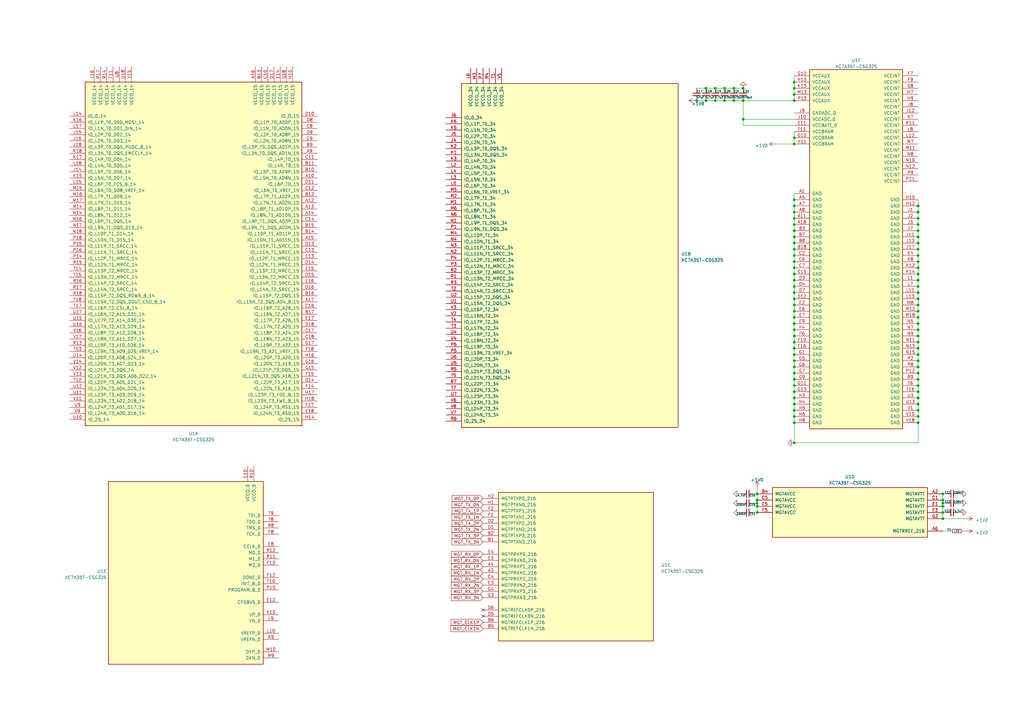
<source format=kicad_sch>
(kicad_sch (version 20230409) (generator eeschema)
  (paper "A3")
  (lib_symbols
    (symbol "Device:C_Small" (pin_numbers hide) (pin_names (offset 0.254) hide)
      (property "Reference" "C" (at 0.254 1.778 0))
      (property "Value" "C_Small" (at 0.254 -2.032 0))
      (symbol "C_Small_0_1"
        (polyline (pts (xy -1.524 -0.508) (xy 1.524 -0.508)) (stroke (width 0.3302)))
        (polyline (pts (xy -1.524 0.508) (xy 1.524 0.508)) (stroke (width 0.3048)))
      )
      (symbol "C_Small_1_1"
        (pin passive line (at 0 2.54 270) (length 2.032) (name "~") (number "1"))
        (pin passive line (at 0 -2.54 90) (length 2.032) (name "~") (number "2"))
      )
    )
    (symbol "Device:R_Small" (pin_numbers hide) (pin_names (offset 0.254) hide)
      (property "Reference" "R" (at 0.762 0.508 0))
      (property "Value" "R_Small" (at 0.762 -1.016 0))
      (symbol "R_Small_0_1"
        (rectangle (start -0.762 1.778) (end 0.762 -1.778) (stroke (width 0.2032)))
      )
      (symbol "R_Small_1_1"
        (pin passive line (at 0 2.54 270) (length 0.762) (name "~") (number "1"))
        (pin passive line (at 0 -2.54 90) (length 0.762) (name "~") (number "2"))
      )
    )
    (symbol "FPGA_Xilinx_Artix7:XC7A35T-CSG325" (pin_names (offset 1.016))
      (property "Reference" "U" (at 0 1.27 0))
      (property "Value" "XC7A35T-CSG325" (at 0 -1.27 0))
      (symbol "XC7A35T-CSG325_1_1"
        (rectangle (start -44.45 67.31) (end 44.45 -73.66) (stroke (width 0.254)) (fill (type background)))
        (pin bidirectional line (at 50.8 27.94 180) (length 6.35) (name "IO_L5N_T0_AD9N_15") (number "A10"))
        (pin bidirectional line (at 50.8 17.78 180) (length 6.35) (name "IO_L7N_T1_AD2N_15") (number "A12"))
        (pin bidirectional line (at 50.8 15.24 180) (length 6.35) (name "IO_L8P_T1_AD10P_15") (number "A13"))
        (pin bidirectional line (at 50.8 12.7 180) (length 6.35) (name "IO_L8N_T1_AD10N_15") (number "A14"))
        (pin bidirectional line (at 50.8 2.54 180) (length 6.35) (name "IO_L10N_T1_AD11N_15") (number "A15"))
        (pin power_in line (at 25.4 73.66 270) (length 6.35) (name "VCCO_15") (number "A16"))
        (pin bidirectional line (at 50.8 -22.86 180) (length 6.35) (name "IO_L15N_T2_DQS_ADV_B_15") (number "A17"))
        (pin bidirectional line (at 50.8 38.1 180) (length 6.35) (name "IO_L3N_T0_DQS_AD1N_15") (number "A9"))
        (pin bidirectional line (at 50.8 30.48 180) (length 6.35) (name "IO_L5P_T0_AD9P_15") (number "B10"))
        (pin bidirectional line (at 50.8 33.02 180) (length 6.35) (name "IO_L4N_T0_15") (number "B11"))
        (pin bidirectional line (at 50.8 20.32 180) (length 6.35) (name "IO_L7P_T1_AD2P_15") (number "B12"))
        (pin power_in line (at 27.94 73.66 270) (length 6.35) (name "VCCO_15") (number "B13"))
        (pin bidirectional line (at 50.8 5.08 180) (length 6.35) (name "IO_L10P_T1_AD11P_15") (number "B14"))
        (pin bidirectional line (at 50.8 7.62 180) (length 6.35) (name "IO_L9N_T1_DQS_AD3N_15") (number "B15"))
        (pin bidirectional line (at 50.8 -20.32 180) (length 6.35) (name "IO_L15P_T2_DQS_15") (number "B16"))
        (pin bidirectional line (at 50.8 -27.94 180) (length 6.35) (name "IO_L16N_T2_A27_15") (number "B17"))
        (pin bidirectional line (at 50.8 40.64 180) (length 6.35) (name "IO_L3P_T0_DQS_AD1P_15") (number "B9"))
        (pin power_in line (at 30.48 73.66 270) (length 6.35) (name "VCCO_15") (number "C10"))
        (pin bidirectional line (at 50.8 35.56 180) (length 6.35) (name "IO_L4P_T0_15") (number "C11"))
        (pin bidirectional line (at 50.8 22.86 180) (length 6.35) (name "IO_L6N_T0_VREF_15") (number "C12"))
        (pin bidirectional line (at 50.8 -2.54 180) (length 6.35) (name "IO_L11N_T1_SRCC_15") (number "C13"))
        (pin bidirectional line (at 50.8 10.16 180) (length 6.35) (name "IO_L9P_T1_DQS_AD3P_15") (number "C14"))
        (pin bidirectional line (at 50.8 -25.4 180) (length 6.35) (name "IO_L16P_T2_A28_15") (number "C16"))
        (pin bidirectional line (at 50.8 -35.56 180) (length 6.35) (name "IO_L18P_T2_A24_15") (number "C17"))
        (pin bidirectional line (at 50.8 -38.1 180) (length 6.35) (name "IO_L18N_T2_A23_15") (number "C18"))
        (pin bidirectional line (at 50.8 48.26 180) (length 6.35) (name "IO_L1N_T0_AD0N_15") (number "C8"))
        (pin bidirectional line (at 50.8 43.18 180) (length 6.35) (name "IO_L2N_T0_AD8N_15") (number "C9"))
        (pin bidirectional line (at 50.8 53.34 180) (length 6.35) (name "IO_0_15") (number "D10"))
        (pin bidirectional line (at 50.8 25.4 180) (length 6.35) (name "IO_L6P_T0_15") (number "D11"))
        (pin bidirectional line (at 50.8 0 180) (length 6.35) (name "IO_L11P_T1_SRCC_15") (number "D13"))
        (pin bidirectional line (at 50.8 -7.62 180) (length 6.35) (name "IO_L12N_T1_MRCC_15") (number "D14"))
        (pin bidirectional line (at 50.8 -12.7 180) (length 6.35) (name "IO_L13N_T2_MRCC_15") (number "D15"))
        (pin bidirectional line (at 50.8 -17.78 180) (length 6.35) (name "IO_L14N_T2_SRCC_15") (number "D16"))
        (pin power_in line (at 33.02 73.66 270) (length 6.35) (name "VCCO_15") (number "D17"))
        (pin bidirectional line (at 50.8 -33.02 180) (length 6.35) (name "IO_L17N_T2_A25_15") (number "D18"))
        (pin bidirectional line (at 50.8 50.8 180) (length 6.35) (name "IO_L1P_T0_AD0P_15") (number "D8"))
        (pin bidirectional line (at 50.8 45.72 180) (length 6.35) (name "IO_L2P_T0_AD8P_15") (number "D9"))
        (pin bidirectional line (at 50.8 -5.08 180) (length 6.35) (name "IO_L12P_T1_MRCC_15") (number "E13"))
        (pin power_in line (at 35.56 73.66 270) (length 6.35) (name "VCCO_15") (number "E14"))
        (pin bidirectional line (at 50.8 -10.16 180) (length 6.35) (name "IO_L13P_T2_MRCC_15") (number "E15"))
        (pin bidirectional line (at 50.8 -15.24 180) (length 6.35) (name "IO_L14P_T2_SRCC_15") (number "E16"))
        (pin bidirectional line (at 50.8 -30.48 180) (length 6.35) (name "IO_L17P_T2_A26_15") (number "E17"))
        (pin bidirectional line (at 50.8 -68.58 180) (length 6.35) (name "IO_L24N_T3_RS0_15") (number "E18"))
        (pin bidirectional line (at 50.8 -58.42 180) (length 6.35) (name "IO_L22N_T3_A16_15") (number "F14"))
        (pin bidirectional line (at 50.8 -53.34 180) (length 6.35) (name "IO_L21N_T3_DQS_A18_15") (number "F15"))
        (pin bidirectional line (at 50.8 -66.04 180) (length 6.35) (name "IO_L24P_T3_RS1_15") (number "F17"))
        (pin bidirectional line (at 50.8 -43.18 180) (length 6.35) (name "IO_L19N_T3_A21_VREF_15") (number "F18"))
        (pin bidirectional line (at 50.8 -55.88 180) (length 6.35) (name "IO_L22P_T3_A17_15") (number "G14"))
        (pin bidirectional line (at 50.8 -50.8 180) (length 6.35) (name "IO_L21P_T3_DQS_15") (number "G15"))
        (pin bidirectional line (at 50.8 -48.26 180) (length 6.35) (name "IO_L20N_T3_A19_15") (number "G16"))
        (pin bidirectional line (at 50.8 -40.64 180) (length 6.35) (name "IO_L19P_T3_A22_15") (number "G17"))
        (pin power_in line (at 38.1 73.66 270) (length 6.35) (name "VCCO_15") (number "G18"))
        (pin bidirectional line (at 50.8 -71.12 180) (length 6.35) (name "IO_25_15") (number "H14"))
        (pin power_in line (at 40.64 73.66 270) (length 6.35) (name "VCCO_15") (number "H15"))
        (pin bidirectional line (at 50.8 -45.72 180) (length 6.35) (name "IO_L20P_T3_A20_15") (number "H16"))
        (pin bidirectional line (at 50.8 -60.96 180) (length 6.35) (name "IO_L23P_T3_FOE_B_15") (number "H17"))
        (pin bidirectional line (at 50.8 -63.5 180) (length 6.35) (name "IO_L23N_T3_FWE_B_15") (number "H18"))
        (pin bidirectional line (at -50.8 30.48 0) (length 6.35) (name "IO_L5P_T0_D06_14") (number "J14"))
        (pin bidirectional line (at -50.8 45.72 0) (length 6.35) (name "IO_L2P_T0_D02_14") (number "J15"))
        (pin bidirectional line (at -50.8 43.18 0) (length 6.35) (name "IO_L2N_T0_D03_14") (number "J16"))
        (pin bidirectional line (at -50.8 40.64 0) (length 6.35) (name "IO_L3P_T0_DQS_PUDC_B_14") (number "J18"))
        (pin bidirectional line (at -50.8 27.94 0) (length 6.35) (name "IO_L5N_T0_D07_14") (number "K15"))
        (pin bidirectional line (at -50.8 50.8 0) (length 6.35) (name "IO_L1P_T0_D00_MOSI_14") (number "K16"))
        (pin bidirectional line (at -50.8 35.56 0) (length 6.35) (name "IO_L4P_T0_D04_14") (number "K17"))
        (pin bidirectional line (at -50.8 38.1 0) (length 6.35) (name "IO_L3N_T0_DQS_EMCCLK_14") (number "K18"))
        (pin bidirectional line (at -50.8 53.34 0) (length 6.35) (name "IO_0_14") (number "L14"))
        (pin bidirectional line (at -50.8 25.4 0) (length 6.35) (name "IO_L6P_T0_FCS_B_14") (number "L15"))
        (pin power_in line (at -40.64 73.66 270) (length 6.35) (name "VCCO_14") (number "L16"))
        (pin bidirectional line (at -50.8 48.26 0) (length 6.35) (name "IO_L1N_T0_D01_DIN_14") (number "L17"))
        (pin bidirectional line (at -50.8 33.02 0) (length 6.35) (name "IO_L4N_T0_D05_14") (number "L18"))
        (pin bidirectional line (at -50.8 15.24 0) (length 6.35) (name "IO_L8P_T1_D11_14") (number "M14"))
        (pin bidirectional line (at -50.8 22.86 0) (length 6.35) (name "IO_L6N_T0_D08_VREF_14") (number "M15"))
        (pin bidirectional line (at -50.8 20.32 0) (length 6.35) (name "IO_L7P_T1_D09_14") (number "M16"))
        (pin bidirectional line (at -50.8 17.78 0) (length 6.35) (name "IO_L7N_T1_D10_14") (number "M17"))
        (pin bidirectional line (at -50.8 12.7 0) (length 6.35) (name "IO_L8N_T1_D12_14") (number "N14"))
        (pin bidirectional line (at -50.8 10.16 0) (length 6.35) (name "IO_L9P_T1_DQS_14") (number "N16"))
        (pin bidirectional line (at -50.8 7.62 0) (length 6.35) (name "IO_L9N_T1_DQS_D13_14") (number "N17"))
        (pin bidirectional line (at -50.8 5.08 0) (length 6.35) (name "IO_L10P_T1_D14_14") (number "N18"))
        (pin bidirectional line (at -50.8 -5.08 0) (length 6.35) (name "IO_L12P_T1_MRCC_14") (number "P14"))
        (pin bidirectional line (at -50.8 0 0) (length 6.35) (name "IO_L11P_T1_SRCC_14") (number "P15"))
        (pin bidirectional line (at -50.8 -2.54 0) (length 6.35) (name "IO_L11N_T1_SRCC_14") (number "P16"))
        (pin power_in line (at -38.1 73.66 270) (length 6.35) (name "VCCO_14") (number "P17"))
        (pin bidirectional line (at -50.8 2.54 0) (length 6.35) (name "IO_L10N_T1_D15_14") (number "P18"))
        (pin bidirectional line (at -50.8 -40.64 0) (length 6.35) (name "IO_L19P_T3_A10_D26_14") (number "R13"))
        (pin power_in line (at -35.56 73.66 270) (length 6.35) (name "VCCO_14") (number "R14"))
        (pin bidirectional line (at -50.8 -7.62 0) (length 6.35) (name "IO_L12N_T1_MRCC_14") (number "R15"))
        (pin bidirectional line (at -50.8 -15.24 0) (length 6.35) (name "IO_L14P_T2_SRCC_14") (number "R16"))
        (pin bidirectional line (at -50.8 -17.78 0) (length 6.35) (name "IO_L14N_T2_SRCC_14") (number "R17"))
        (pin bidirectional line (at -50.8 -20.32 0) (length 6.35) (name "IO_L15P_T2_DQS_RDWR_B_14") (number "R18"))
        (pin power_in line (at -33.02 73.66 270) (length 6.35) (name "VCCO_14") (number "T11"))
        (pin bidirectional line (at -50.8 -55.88 0) (length 6.35) (name "IO_L22P_T3_A05_D21_14") (number "T12"))
        (pin bidirectional line (at -50.8 -43.18 0) (length 6.35) (name "IO_L19N_T3_A09_D25_VREF_14") (number "T13"))
        (pin bidirectional line (at -50.8 -10.16 0) (length 6.35) (name "IO_L13P_T2_MRCC_14") (number "T14"))
        (pin bidirectional line (at -50.8 -12.7 0) (length 6.35) (name "IO_L13N_T2_MRCC_14") (number "T15"))
        (pin bidirectional line (at -50.8 -25.4 0) (length 6.35) (name "IO_L16P_T2_CSI_B_14") (number "T17"))
        (pin bidirectional line (at -50.8 -22.86 0) (length 6.35) (name "IO_L15N_T2_DQS_DOUT_CSO_B_14") (number "T18"))
        (pin bidirectional line (at -50.8 -71.12 0) (length 6.35) (name "IO_25_14") (number "U10"))
        (pin bidirectional line (at -50.8 -60.96 0) (length 6.35) (name "IO_L23P_T3_A03_D19_14") (number "U11"))
        (pin bidirectional line (at -50.8 -58.42 0) (length 6.35) (name "IO_L22N_T3_A04_D20_14") (number "U12"))
        (pin bidirectional line (at -50.8 -45.72 0) (length 6.35) (name "IO_L20P_T3_A08_D24_14") (number "U14"))
        (pin bidirectional line (at -50.8 -30.48 0) (length 6.35) (name "IO_L17P_T2_A14_D30_14") (number "U15"))
        (pin bidirectional line (at -50.8 -33.02 0) (length 6.35) (name "IO_L17N_T2_A13_D29_14") (number "U16"))
        (pin bidirectional line (at -50.8 -27.94 0) (length 6.35) (name "IO_L16N_T2_A15_D31_14") (number "U17"))
        (pin power_in line (at -27.94 73.66 270) (length 6.35) (name "VCCO_14") (number "U18"))
        (pin power_in line (at -30.48 73.66 270) (length 6.35) (name "VCCO_14") (number "U8"))
        (pin bidirectional line (at -50.8 -66.04 0) (length 6.35) (name "IO_L24P_T3_A01_D17_14") (number "U9"))
        (pin bidirectional line (at -50.8 -63.5 0) (length 6.35) (name "IO_L23N_T3_A02_D18_14") (number "V11"))
        (pin bidirectional line (at -50.8 -50.8 0) (length 6.35) (name "IO_L21P_T3_DQS_14") (number "V12"))
        (pin bidirectional line (at -50.8 -53.34 0) (length 6.35) (name "IO_L21N_T3_DQS_A06_D22_14") (number "V13"))
        (pin bidirectional line (at -50.8 -48.26 0) (length 6.35) (name "IO_L20N_T3_A07_D23_14") (number "V14"))
        (pin power_in line (at -25.4 73.66 270) (length 6.35) (name "VCCO_14") (number "V15"))
        (pin bidirectional line (at -50.8 -35.56 0) (length 6.35) (name "IO_L18P_T2_A12_D28_14") (number "V16"))
        (pin bidirectional line (at -50.8 -38.1 0) (length 6.35) (name "IO_L18N_T2_A11_D27_14") (number "V17"))
        (pin bidirectional line (at -50.8 -68.58 0) (length 6.35) (name "IO_L24N_T3_A00_D16_14") (number "V9"))
      )
      (symbol "XC7A35T-CSG325_2_1"
        (rectangle (start -44.45 67.31) (end 44.45 -73.66) (stroke (width 0.254)) (fill (type background)))
        (pin bidirectional line (at -50.8 43.18 0) (length 6.35) (name "IO_L2N_T0_34") (number "J4"))
        (pin bidirectional line (at -50.8 45.72 0) (length 6.35) (name "IO_L2P_T0_34") (number "J5"))
        (pin bidirectional line (at -50.8 53.34 0) (length 6.35) (name "IO_0_34") (number "J6"))
        (pin bidirectional line (at -50.8 38.1 0) (length 6.35) (name "IO_L3N_T0_DQS_34") (number "K1"))
        (pin bidirectional line (at -50.8 40.64 0) (length 6.35) (name "IO_L3P_T0_DQS_34") (number "K2"))
        (pin bidirectional line (at -50.8 35.56 0) (length 6.35) (name "IO_L4P_T0_34") (number "K3"))
        (pin bidirectional line (at -50.8 48.26 0) (length 6.35) (name "IO_L1N_T0_34") (number "K5"))
        (pin bidirectional line (at -50.8 50.8 0) (length 6.35) (name "IO_L1P_T0_34") (number "K6"))
        (pin bidirectional line (at -50.8 33.02 0) (length 6.35) (name "IO_L4N_T0_34") (number "L2"))
        (pin bidirectional line (at -50.8 27.94 0) (length 6.35) (name "IO_L5N_T0_34") (number "L3"))
        (pin bidirectional line (at -50.8 30.48 0) (length 6.35) (name "IO_L5P_T0_34") (number "L4"))
        (pin bidirectional line (at -50.8 25.4 0) (length 6.35) (name "IO_L6P_T0_34") (number "L5"))
        (pin power_in line (at -40.64 73.66 270) (length 6.35) (name "VCCO_34") (number "L6"))
        (pin bidirectional line (at -50.8 17.78 0) (length 6.35) (name "IO_L7N_T1_34") (number "M1"))
        (pin bidirectional line (at -50.8 20.32 0) (length 6.35) (name "IO_L7P_T1_34") (number "M2"))
        (pin power_in line (at -38.1 73.66 270) (length 6.35) (name "VCCO_34") (number "M3"))
        (pin bidirectional line (at -50.8 5.08 0) (length 6.35) (name "IO_L10P_T1_34") (number "M4"))
        (pin bidirectional line (at -50.8 22.86 0) (length 6.35) (name "IO_L6N_T0_VREF_34") (number "M5"))
        (pin bidirectional line (at -50.8 15.24 0) (length 6.35) (name "IO_L8P_T1_34") (number "M6"))
        (pin bidirectional line (at -50.8 10.16 0) (length 6.35) (name "IO_L9P_T1_DQS_34") (number "N1"))
        (pin bidirectional line (at -50.8 -2.54 0) (length 6.35) (name "IO_L11N_T1_SRCC_34") (number "N2"))
        (pin bidirectional line (at -50.8 0 0) (length 6.35) (name "IO_L11P_T1_SRCC_34") (number "N3"))
        (pin bidirectional line (at -50.8 2.54 0) (length 6.35) (name "IO_L10N_T1_34") (number "N4"))
        (pin bidirectional line (at -50.8 12.7 0) (length 6.35) (name "IO_L8N_T1_34") (number "N6"))
        (pin bidirectional line (at -50.8 7.62 0) (length 6.35) (name "IO_L9N_T1_DQS_34") (number "P1"))
        (pin bidirectional line (at -50.8 -7.62 0) (length 6.35) (name "IO_L12N_T1_MRCC_34") (number "P3"))
        (pin bidirectional line (at -50.8 -5.08 0) (length 6.35) (name "IO_L12P_T1_MRCC_34") (number "P4"))
        (pin bidirectional line (at -50.8 -43.18 0) (length 6.35) (name "IO_L19N_T3_VREF_34") (number "P5"))
        (pin bidirectional line (at -50.8 -40.64 0) (length 6.35) (name "IO_L19P_T3_34") (number "P6"))
        (pin power_in line (at -35.56 73.66 270) (length 6.35) (name "VCCO_34") (number "P7"))
        (pin bidirectional line (at -50.8 -12.7 0) (length 6.35) (name "IO_L13N_T2_MRCC_34") (number "R1"))
        (pin bidirectional line (at -50.8 -10.16 0) (length 6.35) (name "IO_L13P_T2_MRCC_34") (number "R2"))
        (pin bidirectional line (at -50.8 -15.24 0) (length 6.35) (name "IO_L14P_T2_SRCC_34") (number "R3"))
        (pin power_in line (at -33.02 73.66 270) (length 6.35) (name "VCCO_34") (number "R4"))
        (pin bidirectional line (at -50.8 -50.8 0) (length 6.35) (name "IO_L21P_T3_DQS_34") (number "R5"))
        (pin bidirectional line (at -50.8 -71.12 0) (length 6.35) (name "IO_25_34") (number "R6"))
        (pin bidirectional line (at -50.8 -55.88 0) (length 6.35) (name "IO_L22P_T3_34") (number "R7"))
        (pin power_in line (at -30.48 73.66 270) (length 6.35) (name "VCCO_34") (number "T1"))
        (pin bidirectional line (at -50.8 -17.78 0) (length 6.35) (name "IO_L14N_T2_SRCC_34") (number "T2"))
        (pin bidirectional line (at -50.8 -33.02 0) (length 6.35) (name "IO_L17N_T2_34") (number "T3"))
        (pin bidirectional line (at -50.8 -30.48 0) (length 6.35) (name "IO_L17P_T2_34") (number "T4"))
        (pin bidirectional line (at -50.8 -53.34 0) (length 6.35) (name "IO_L21N_T3_DQS_34") (number "T5"))
        (pin bidirectional line (at -50.8 -58.42 0) (length 6.35) (name "IO_L22N_T3_34") (number "T7"))
        (pin bidirectional line (at -50.8 -22.86 0) (length 6.35) (name "IO_L15N_T2_DQS_34") (number "U1"))
        (pin bidirectional line (at -50.8 -20.32 0) (length 6.35) (name "IO_L15P_T2_DQS_34") (number "U2"))
        (pin bidirectional line (at -50.8 -35.56 0) (length 6.35) (name "IO_L18P_T2_34") (number "U4"))
        (pin bidirectional line (at -50.8 -48.26 0) (length 6.35) (name "IO_L20N_T3_34") (number "U5"))
        (pin bidirectional line (at -50.8 -45.72 0) (length 6.35) (name "IO_L20P_T3_34") (number "U6"))
        (pin bidirectional line (at -50.8 -60.96 0) (length 6.35) (name "IO_L23P_T3_34") (number "U7"))
        (pin bidirectional line (at -50.8 -27.94 0) (length 6.35) (name "IO_L16N_T2_34") (number "V2"))
        (pin bidirectional line (at -50.8 -25.4 0) (length 6.35) (name "IO_L16P_T2_34") (number "V3"))
        (pin bidirectional line (at -50.8 -38.1 0) (length 6.35) (name "IO_L18N_T2_34") (number "V4"))
        (pin power_in line (at -27.94 73.66 270) (length 6.35) (name "VCCO_34") (number "V5"))
        (pin bidirectional line (at -50.8 -63.5 0) (length 6.35) (name "IO_L23N_T3_34") (number "V6"))
        (pin bidirectional line (at -50.8 -68.58 0) (length 6.35) (name "IO_L24N_T3_34") (number "V7"))
        (pin bidirectional line (at -50.8 -66.04 0) (length 6.35) (name "IO_L24P_T3_34") (number "V8"))
      )
      (symbol "XC7A35T-CSG325_3_1"
        (rectangle (start -31.75 30.48) (end 31.75 -30.48) (stroke (width 0.254)) (fill (type background)))
        (pin bidirectional line (at -38.1 -2.54 0) (length 6.35) (name "MGTPRXN1_216") (number "A3"))
        (pin bidirectional line (at -38.1 0 0) (length 6.35) (name "MGTPRXP1_216") (number "A4"))
        (pin bidirectional line (at -38.1 10.16 0) (length 6.35) (name "MGTPTXN3_216") (number "B1"))
        (pin bidirectional line (at -38.1 12.7 0) (length 6.35) (name "MGTPTXP3_216") (number "B2"))
        (pin bidirectional line (at -38.1 -25.4 0) (length 6.35) (name "MGTREFCLK1N_216") (number "B5"))
        (pin bidirectional line (at -38.1 -22.86 0) (length 6.35) (name "MGTREFCLK1P_216") (number "B6"))
        (pin bidirectional line (at -38.1 -7.62 0) (length 6.35) (name "MGTPRXN2_216") (number "C3"))
        (pin bidirectional line (at -38.1 -5.08 0) (length 6.35) (name "MGTPRXP2_216") (number "C4"))
        (pin bidirectional line (at -38.1 15.24 0) (length 6.35) (name "MGTPTXN2_216") (number "D1"))
        (pin bidirectional line (at -38.1 17.78 0) (length 6.35) (name "MGTPTXP2_216") (number "D2"))
        (pin bidirectional line (at -38.1 -20.32 0) (length 6.35) (name "MGTREFCLK0N_216") (number "D5"))
        (pin bidirectional line (at -38.1 -17.78 0) (length 6.35) (name "MGTREFCLK0P_216") (number "D6"))
        (pin bidirectional line (at -38.1 2.54 0) (length 6.35) (name "MGTPRXN0_216") (number "E3"))
        (pin bidirectional line (at -38.1 5.08 0) (length 6.35) (name "MGTPRXP0_216") (number "E4"))
        (pin bidirectional line (at -38.1 20.32 0) (length 6.35) (name "MGTPTXN1_216") (number "F1"))
        (pin bidirectional line (at -38.1 22.86 0) (length 6.35) (name "MGTPTXP1_216") (number "F2"))
        (pin bidirectional line (at -38.1 -12.7 0) (length 6.35) (name "MGTPRXN3_216") (number "G3"))
        (pin bidirectional line (at -38.1 -10.16 0) (length 6.35) (name "MGTPRXP3_216") (number "G4"))
        (pin bidirectional line (at -38.1 25.4 0) (length 6.35) (name "MGTPTXN0_216") (number "H1"))
        (pin bidirectional line (at -38.1 27.94 0) (length 6.35) (name "MGTPTXP0_216") (number "H2"))
      )
      (symbol "XC7A35T-CSG325_4_1"
        (rectangle (start -31.75 10.16) (end 31.75 -10.16) (stroke (width 0.254)) (fill (type background)))
        (pin power_in line (at 38.1 7.62 180) (length 6.35) (name "MGTAVTT") (number "A2"))
        (pin power_in line (at 38.1 -7.62 180) (length 6.35) (name "MGTRREF_216") (number "A6"))
        (pin power_in line (at -38.1 7.62 0) (length 6.35) (name "MGTAVCC") (number "B4"))
        (pin power_in line (at 38.1 5.08 180) (length 6.35) (name "MGTAVTT") (number "C1"))
        (pin power_in line (at -38.1 5.08 0) (length 6.35) (name "MGTAVCC") (number "C5"))
        (pin power_in line (at 38.1 2.54 180) (length 6.35) (name "MGTAVTT") (number "E1"))
        (pin power_in line (at -38.1 2.54 0) (length 6.35) (name "MGTAVCC") (number "E5"))
        (pin power_in line (at 38.1 0 180) (length 6.35) (name "MGTAVTT") (number "F3"))
        (pin power_in line (at -38.1 0 0) (length 6.35) (name "MGTAVCC") (number "F5"))
        (pin power_in line (at 38.1 -2.54 180) (length 6.35) (name "MGTAVTT") (number "G2"))
      )
      (symbol "XC7A35T-CSG325_5_1"
        (rectangle (start -31.75 34.29) (end 31.75 -40.64) (stroke (width 0.254)) (fill (type background)))
        (pin power_in line (at 25.4 40.64 270) (length 6.35) (name "VCCO_0") (number "E10"))
        (pin bidirectional line (at 38.1 -15.24 180) (length 6.35) (name "CFGBVS_0") (number "E12"))
        (pin bidirectional line (at 38.1 7.62 180) (length 6.35) (name "CCLK_0") (number "E8"))
        (pin bidirectional line (at 38.1 -5.08 180) (length 6.35) (name "DONE_0") (number "F12"))
        (pin bidirectional line (at 38.1 0 180) (length 6.35) (name "M2_0") (number "F13"))
        (pin bidirectional line (at 38.1 12.7 180) (length 6.35) (name "TCK_0") (number "F8"))
        (pin bidirectional line (at 38.1 -20.32 180) (length 6.35) (name "VP_0") (number "K10"))
        (pin bidirectional line (at 38.1 -30.48 180) (length 6.35) (name "VREFN_0") (number "K9"))
        (pin bidirectional line (at 38.1 -27.94 180) (length 6.35) (name "VREFP_0") (number "L10"))
        (pin bidirectional line (at 38.1 -22.86 180) (length 6.35) (name "VN_0") (number "L9"))
        (pin bidirectional line (at 38.1 -35.56 180) (length 6.35) (name "DXP_0") (number "M10"))
        (pin bidirectional line (at 38.1 -38.1 180) (length 6.35) (name "DXN_0") (number "M9"))
        (pin bidirectional line (at 38.1 -10.16 180) (length 6.35) (name "PROGRAM_B_0") (number "P10"))
        (pin power_in line (at 27.94 40.64 270) (length 6.35) (name "VCCO_0") (number "R10"))
        (pin bidirectional line (at 38.1 2.54 180) (length 6.35) (name "M1_0") (number "R11"))
        (pin bidirectional line (at 38.1 5.08 180) (length 6.35) (name "M0_0") (number "R12"))
        (pin bidirectional line (at 38.1 15.24 180) (length 6.35) (name "TMS_0") (number "R8"))
        (pin bidirectional line (at 38.1 -7.62 180) (length 6.35) (name "INIT_B_0") (number "T10"))
        (pin bidirectional line (at 38.1 17.78 180) (length 6.35) (name "TDO_0") (number "T8"))
        (pin bidirectional line (at 38.1 20.32 180) (length 6.35) (name "TDI_0") (number "T9"))
      )
      (symbol "XC7A35T-CSG325_6_1"
        (rectangle (start -19.05 73.66) (end 19.05 -73.66) (stroke (width 0.254)) (fill (type background)))
        (pin power_in line (at -25.4 22.86 0) (length 6.35) (name "GND") (number "A1"))
        (pin power_in line (at -25.4 12.7 0) (length 6.35) (name "GND") (number "A11"))
        (pin power_in line (at -25.4 10.16 0) (length 6.35) (name "GND") (number "A18"))
        (pin power_in line (at -25.4 20.32 0) (length 6.35) (name "GND") (number "A5"))
        (pin power_in line (at -25.4 17.78 0) (length 6.35) (name "GND") (number "A7"))
        (pin power_in line (at -25.4 15.24 0) (length 6.35) (name "GND") (number "A8"))
        (pin power_in line (at -25.4 0 0) (length 6.35) (name "GND") (number "B18"))
        (pin power_in line (at -25.4 7.62 0) (length 6.35) (name "GND") (number "B3"))
        (pin power_in line (at -25.4 5.08 0) (length 6.35) (name "GND") (number "B7"))
        (pin power_in line (at -25.4 2.54 0) (length 6.35) (name "GND") (number "B8"))
        (pin power_in line (at -25.4 -10.16 0) (length 6.35) (name "GND") (number "C15"))
        (pin power_in line (at -25.4 -2.54 0) (length 6.35) (name "GND") (number "C2"))
        (pin power_in line (at -25.4 -5.08 0) (length 6.35) (name "GND") (number "C6"))
        (pin power_in line (at -25.4 -7.62 0) (length 6.35) (name "GND") (number "C7"))
        (pin power_in line (at -25.4 -20.32 0) (length 6.35) (name "GND") (number "D12"))
        (pin power_in line (at -25.4 -12.7 0) (length 6.35) (name "GND") (number "D3"))
        (pin power_in line (at -25.4 -15.24 0) (length 6.35) (name "GND") (number "D4"))
        (pin power_in line (at -25.4 -17.78 0) (length 6.35) (name "GND") (number "D7"))
        (pin power_in line (at -25.4 50.8 0) (length 6.35) (name "VCCBATT_0") (number "E11"))
        (pin power_in line (at -25.4 -22.86 0) (length 6.35) (name "GND") (number "E2"))
        (pin power_in line (at -25.4 -25.4 0) (length 6.35) (name "GND") (number "E6"))
        (pin power_in line (at -25.4 -27.94 0) (length 6.35) (name "GND") (number "E7"))
        (pin power_in line (at -25.4 -30.48 0) (length 6.35) (name "GND") (number "E9"))
        (pin power_in line (at -25.4 -38.1 0) (length 6.35) (name "GND") (number "F10"))
        (pin power_in line (at -25.4 48.26 0) (length 6.35) (name "VCCBRAM") (number "F11"))
        (pin power_in line (at -25.4 -40.64 0) (length 6.35) (name "GND") (number "F16"))
        (pin power_in line (at -25.4 -33.02 0) (length 6.35) (name "GND") (number "F4"))
        (pin power_in line (at -25.4 -35.56 0) (length 6.35) (name "GND") (number "F6"))
        (pin power_in line (at 25.4 71.12 180) (length 6.35) (name "VCCINT") (number "F7"))
        (pin power_in line (at 25.4 68.58 180) (length 6.35) (name "VCCINT") (number "F9"))
        (pin power_in line (at -25.4 -43.18 0) (length 6.35) (name "GND") (number "G1"))
        (pin power_in line (at -25.4 45.72 0) (length 6.35) (name "VCCBRAM") (number "G10"))
        (pin power_in line (at -25.4 -55.88 0) (length 6.35) (name "GND") (number "G11"))
        (pin power_in line (at -25.4 71.12 0) (length 6.35) (name "VCCAUX") (number "G12"))
        (pin power_in line (at -25.4 -58.42 0) (length 6.35) (name "GND") (number "G13"))
        (pin power_in line (at -25.4 -45.72 0) (length 6.35) (name "GND") (number "G5"))
        (pin power_in line (at -25.4 -48.26 0) (length 6.35) (name "GND") (number "G6"))
        (pin power_in line (at -25.4 -50.8 0) (length 6.35) (name "GND") (number "G7"))
        (pin power_in line (at 25.4 66.04 180) (length 6.35) (name "VCCINT") (number "G8"))
        (pin power_in line (at -25.4 -53.34 0) (length 6.35) (name "GND") (number "G9"))
        (pin power_in line (at 25.4 20.32 180) (length 6.35) (name "GND") (number "H10"))
        (pin power_in line (at -25.4 43.18 0) (length 6.35) (name "VCCBRAM") (number "H11"))
        (pin power_in line (at 25.4 17.78 180) (length 6.35) (name "GND") (number "H12"))
        (pin power_in line (at -25.4 68.58 0) (length 6.35) (name "VCCAUX") (number "H13"))
        (pin power_in line (at -25.4 -60.96 0) (length 6.35) (name "GND") (number "H3"))
        (pin power_in line (at -25.4 -63.5 0) (length 6.35) (name "GND") (number "H4"))
        (pin power_in line (at -25.4 -66.04 0) (length 6.35) (name "GND") (number "H5"))
        (pin power_in line (at -25.4 -68.58 0) (length 6.35) (name "GND") (number "H6"))
        (pin power_in line (at 25.4 63.5 180) (length 6.35) (name "VCCINT") (number "H7"))
        (pin power_in line (at -25.4 -71.12 0) (length 6.35) (name "GND") (number "H8"))
        (pin power_in line (at 25.4 60.96 180) (length 6.35) (name "VCCINT") (number "H9"))
        (pin power_in line (at 25.4 15.24 180) (length 6.35) (name "GND") (number "J1"))
        (pin power_in line (at -25.4 53.34 0) (length 6.35) (name "VCCADC_0") (number "J10"))
        (pin power_in line (at 25.4 5.08 180) (length 6.35) (name "GND") (number "J11"))
        (pin power_in line (at 25.4 55.88 180) (length 6.35) (name "VCCINT") (number "J12"))
        (pin power_in line (at 25.4 2.54 180) (length 6.35) (name "GND") (number "J13"))
        (pin power_in line (at 25.4 0 180) (length 6.35) (name "GND") (number "J17"))
        (pin power_in line (at 25.4 12.7 180) (length 6.35) (name "GND") (number "J2"))
        (pin power_in line (at 25.4 10.16 180) (length 6.35) (name "GND") (number "J3"))
        (pin power_in line (at 25.4 7.62 180) (length 6.35) (name "GND") (number "J7"))
        (pin power_in line (at 25.4 58.42 180) (length 6.35) (name "VCCINT") (number "J8"))
        (pin power_in line (at -25.4 55.88 0) (length 6.35) (name "GNDADC_0") (number "J9"))
        (pin power_in line (at 25.4 50.8 180) (length 6.35) (name "VCCINT") (number "K11"))
        (pin power_in line (at 25.4 -7.62 180) (length 6.35) (name "GND") (number "K12"))
        (pin power_in line (at -25.4 66.04 0) (length 6.35) (name "VCCAUX") (number "K13"))
        (pin power_in line (at 25.4 -10.16 180) (length 6.35) (name "GND") (number "K14"))
        (pin power_in line (at 25.4 -2.54 180) (length 6.35) (name "GND") (number "K4"))
        (pin power_in line (at 25.4 53.34 180) (length 6.35) (name "VCCINT") (number "K7"))
        (pin power_in line (at 25.4 -5.08 180) (length 6.35) (name "GND") (number "K8"))
        (pin power_in line (at 25.4 -12.7 180) (length 6.35) (name "GND") (number "L1"))
        (pin power_in line (at 25.4 -17.78 180) (length 6.35) (name "GND") (number "L11"))
        (pin power_in line (at 25.4 45.72 180) (length 6.35) (name "VCCINT") (number "L12"))
        (pin power_in line (at 25.4 -20.32 180) (length 6.35) (name "GND") (number "L13"))
        (pin power_in line (at 25.4 -15.24 180) (length 6.35) (name "GND") (number "L7"))
        (pin power_in line (at 25.4 48.26 180) (length 6.35) (name "VCCINT") (number "L8"))
        (pin power_in line (at 25.4 40.64 180) (length 6.35) (name "VCCINT") (number "M11"))
        (pin power_in line (at 25.4 -25.4 180) (length 6.35) (name "GND") (number "M12"))
        (pin power_in line (at -25.4 63.5 0) (length 6.35) (name "VCCAUX") (number "M13"))
        (pin power_in line (at 25.4 -27.94 180) (length 6.35) (name "GND") (number "M18"))
        (pin power_in line (at 25.4 43.18 180) (length 6.35) (name "VCCINT") (number "M7"))
        (pin power_in line (at 25.4 -22.86 180) (length 6.35) (name "GND") (number "M8"))
        (pin power_in line (at 25.4 35.56 180) (length 6.35) (name "VCCINT") (number "N10"))
        (pin power_in line (at 25.4 -38.1 180) (length 6.35) (name "GND") (number "N11"))
        (pin power_in line (at 25.4 33.02 180) (length 6.35) (name "VCCINT") (number "N12"))
        (pin power_in line (at 25.4 -40.64 180) (length 6.35) (name "GND") (number "N13"))
        (pin power_in line (at 25.4 -43.18 180) (length 6.35) (name "GND") (number "N15"))
        (pin power_in line (at 25.4 -30.48 180) (length 6.35) (name "GND") (number "N5"))
        (pin power_in line (at 25.4 -33.02 180) (length 6.35) (name "GND") (number "N7"))
        (pin power_in line (at 25.4 38.1 180) (length 6.35) (name "VCCINT") (number "N8"))
        (pin power_in line (at 25.4 -35.56 180) (length 6.35) (name "GND") (number "N9"))
        (pin power_in line (at 25.4 27.94 180) (length 6.35) (name "VCCINT") (number "P11"))
        (pin power_in line (at 25.4 -50.8 180) (length 6.35) (name "GND") (number "P12"))
        (pin power_in line (at -25.4 60.96 0) (length 6.35) (name "VCCAUX") (number "P13"))
        (pin power_in line (at 25.4 -45.72 180) (length 6.35) (name "GND") (number "P2"))
        (pin power_in line (at 25.4 -48.26 180) (length 6.35) (name "GND") (number "P8"))
        (pin power_in line (at 25.4 30.48 180) (length 6.35) (name "VCCINT") (number "P9"))
        (pin power_in line (at 25.4 -53.34 180) (length 6.35) (name "GND") (number "R9"))
        (pin power_in line (at 25.4 -58.42 180) (length 6.35) (name "GND") (number "T16"))
        (pin power_in line (at 25.4 -55.88 180) (length 6.35) (name "GND") (number "T6"))
        (pin power_in line (at 25.4 -63.5 180) (length 6.35) (name "GND") (number "U13"))
        (pin power_in line (at 25.4 -60.96 180) (length 6.35) (name "GND") (number "U3"))
        (pin power_in line (at 25.4 -66.04 180) (length 6.35) (name "GND") (number "V1"))
        (pin power_in line (at 25.4 -68.58 180) (length 6.35) (name "GND") (number "V10"))
        (pin power_in line (at 25.4 -71.12 180) (length 6.35) (name "GND") (number "V18"))
      )
    )
    (symbol "power:+1V0" (power) (pin_names (offset 0))
      (property "Value" "+1V0" (at 0 3.556 0))
      (symbol "+1V0_0_1"
        (polyline (pts (xy -0.762 1.27) (xy 0 2.54)))
        (polyline (pts (xy 0 0) (xy 0 2.54)))
        (polyline (pts (xy 0 2.54) (xy 0.762 1.27)))
      )
      (symbol "+1V0_1_1"
        (pin power_in line (at 0 0 90) (length 0) hide (name "+1V0") (number "1"))
      )
    )
    (symbol "power:+1V2" (power) (pin_names (offset 0))
      (property "Value" "+1V2" (at 0 3.556 0))
      (symbol "+1V2_0_1"
        (polyline (pts (xy -0.762 1.27) (xy 0 2.54)))
        (polyline (pts (xy 0 0) (xy 0 2.54)))
        (polyline (pts (xy 0 2.54) (xy 0.762 1.27)))
      )
      (symbol "+1V2_1_1"
        (pin power_in line (at 0 0 90) (length 0) hide (name "+1V2") (number "1"))
      )
    )
    (symbol "power:+1V8" (power) (pin_names (offset 0))
      (property "Value" "+1V8" (at 0 3.556 0))
      (symbol "+1V8_0_1"
        (polyline (pts (xy -0.762 1.27) (xy 0 2.54)))
        (polyline (pts (xy 0 0) (xy 0 2.54)))
        (polyline (pts (xy 0 2.54) (xy 0.762 1.27)))
      )
      (symbol "+1V8_1_1"
        (pin power_in line (at 0 0 90) (length 0) hide (name "+1V8") (number "1"))
      )
    )
    (symbol "power:GND" (power) (pin_names (offset 0))
      (property "Value" "GND" (at 0 -3.81 0))
      (symbol "GND_0_1"
        (polyline (pts (xy 0 0) (xy 0 -1.27) (xy 1.27 -1.27) (xy 0 -2.54) (xy -1.27 -1.27) (xy 0 -1.27)))
      )
      (symbol "GND_1_1"
        (pin power_in line (at 0 0 270) (length 0) hide (name "GND") (number "1"))
      )
    )
  )
  (junction (at 325.755 112.395))
  (junction (at 325.755 181.61))
  (junction (at 304.8 36.195))
  (junction (at 325.755 135.255))
  (junction (at 376.555 122.555))
  (junction (at 376.555 163.195))
  (junction (at 289.56 36.195))
  (junction (at 376.555 84.455))
  (junction (at 310.515 205.105))
  (junction (at 325.755 84.455))
  (junction (at 376.555 142.875))
  (junction (at 325.755 145.415))
  (junction (at 325.755 158.115))
  (junction (at 325.755 140.335))
  (junction (at 325.755 33.655))
  (junction (at 310.515 210.185))
  (junction (at 386.715 212.725))
  (junction (at 376.555 158.115))
  (junction (at 376.555 165.735))
  (junction (at 376.555 160.655))
  (junction (at 325.755 132.715))
  (junction (at 386.715 206.375))
  (junction (at 386.715 205.105))
  (junction (at 376.555 112.395))
  (junction (at 325.755 120.015))
  (junction (at 325.755 150.495))
  (junction (at 325.755 102.235))
  (junction (at 325.755 165.735))
  (junction (at 325.755 160.655))
  (junction (at 376.555 153.035))
  (junction (at 376.555 117.475))
  (junction (at 325.755 56.515))
  (junction (at 325.755 99.695))
  (junction (at 376.555 99.695))
  (junction (at 325.755 168.275))
  (junction (at 325.755 38.735))
  (junction (at 376.555 125.095))
  (junction (at 376.555 150.495))
  (junction (at 376.555 109.855))
  (junction (at 325.755 107.315))
  (junction (at 376.555 92.075))
  (junction (at 376.555 170.815))
  (junction (at 325.755 147.955))
  (junction (at 376.555 132.715))
  (junction (at 325.755 104.775))
  (junction (at 376.555 114.935))
  (junction (at 325.755 125.095))
  (junction (at 376.555 102.235))
  (junction (at 325.755 81.915))
  (junction (at 297.18 41.275))
  (junction (at 325.755 97.155))
  (junction (at 325.755 41.275))
  (junction (at 325.755 170.815))
  (junction (at 376.555 155.575))
  (junction (at 386.715 210.185))
  (junction (at 376.555 145.415))
  (junction (at 376.555 97.155))
  (junction (at 325.755 130.175))
  (junction (at 289.56 41.275))
  (junction (at 297.18 36.195))
  (junction (at 376.555 104.775))
  (junction (at 376.555 168.275))
  (junction (at 325.755 86.995))
  (junction (at 300.99 41.275))
  (junction (at 376.555 147.955))
  (junction (at 376.555 86.995))
  (junction (at 325.755 92.075))
  (junction (at 293.37 41.275))
  (junction (at 325.755 163.195))
  (junction (at 325.755 89.535))
  (junction (at 325.755 142.875))
  (junction (at 310.515 202.565))
  (junction (at 376.555 137.795))
  (junction (at 325.755 36.195))
  (junction (at 304.8 41.275))
  (junction (at 325.755 137.795))
  (junction (at 325.755 122.555))
  (junction (at 325.755 127.635))
  (junction (at 325.755 153.035))
  (junction (at 325.755 117.475))
  (junction (at 285.75 41.275))
  (junction (at 325.755 59.055))
  (junction (at 376.555 120.015))
  (junction (at 376.555 107.315))
  (junction (at 293.37 36.195))
  (junction (at 376.555 140.335))
  (junction (at 304.8 48.895))
  (junction (at 325.755 173.355))
  (junction (at 310.515 206.375))
  (junction (at 386.715 207.645))
  (junction (at 300.99 36.195))
  (junction (at 325.755 155.575))
  (junction (at 325.755 109.855))
  (junction (at 376.555 173.355))
  (junction (at 376.555 130.175))
  (junction (at 376.555 135.255))
  (junction (at 325.755 114.935))
  (junction (at 376.555 127.635))
  (junction (at 310.515 207.645))
  (junction (at 376.555 94.615))
  (junction (at 325.755 94.615))
  (junction (at 376.555 89.535))
  (junction (at 386.715 202.565))
  (no_connect (at 198.12 250.19))
  (no_connect (at 198.12 252.73))
  (wire (pts (xy 376.555 181.61) (xy 376.555 173.355)))
  (wire (pts (xy 325.755 97.155) (xy 325.755 99.695)))
  (wire (pts (xy 386.715 210.185) (xy 387.985 210.185)))
  (wire (pts (xy 325.755 158.115) (xy 325.755 160.655)))
  (wire (pts (xy 310.515 210.185) (xy 310.515 207.645)))
  (wire (pts (xy 376.555 158.115) (xy 376.555 155.575)))
  (wire (pts (xy 376.555 104.775) (xy 376.555 102.235)))
  (wire (pts (xy 376.555 147.955) (xy 376.555 145.415)))
  (wire (pts (xy 310.515 206.375) (xy 310.515 205.105)))
  (wire (pts (xy 293.37 36.195) (xy 297.18 36.195)))
  (wire (pts (xy 376.555 117.475) (xy 376.555 114.935)))
  (wire (pts (xy 318.135 59.055) (xy 325.755 59.055)))
  (wire (pts (xy 285.75 36.195) (xy 289.56 36.195)))
  (wire (pts (xy 325.755 135.255) (xy 325.755 137.795)))
  (wire (pts (xy 393.065 202.565) (xy 393.7 202.565)))
  (wire (pts (xy 376.555 132.715) (xy 376.555 130.175)))
  (wire (pts (xy 300.99 36.195) (xy 304.8 36.195)))
  (wire (pts (xy 325.755 107.315) (xy 325.755 109.855)))
  (wire (pts (xy 376.555 150.495) (xy 376.555 147.955)))
  (wire (pts (xy 304.165 210.185) (xy 303.53 210.185)))
  (wire (pts (xy 325.755 114.935) (xy 325.755 117.475)))
  (wire (pts (xy 386.715 202.565) (xy 386.715 205.105)))
  (wire (pts (xy 293.37 41.275) (xy 297.18 41.275)))
  (wire (pts (xy 325.755 117.475) (xy 325.755 120.015)))
  (wire (pts (xy 325.755 36.195) (xy 325.755 38.735)))
  (wire (pts (xy 386.715 205.105) (xy 386.715 206.375)))
  (wire (pts (xy 376.555 168.275) (xy 376.555 165.735)))
  (wire (pts (xy 325.755 168.275) (xy 325.755 170.815)))
  (wire (pts (xy 325.755 132.715) (xy 325.755 135.255)))
  (wire (pts (xy 376.555 165.735) (xy 376.555 163.195)))
  (wire (pts (xy 376.555 107.315) (xy 376.555 104.775)))
  (wire (pts (xy 376.555 94.615) (xy 376.555 92.075)))
  (wire (pts (xy 376.555 99.695) (xy 376.555 97.155)))
  (wire (pts (xy 376.555 125.095) (xy 376.555 122.555)))
  (wire (pts (xy 325.755 165.735) (xy 325.755 168.275)))
  (wire (pts (xy 387.985 202.565) (xy 386.715 202.565)))
  (wire (pts (xy 376.555 145.415) (xy 376.555 142.875)))
  (wire (pts (xy 325.755 112.395) (xy 325.755 114.935)))
  (wire (pts (xy 325.755 122.555) (xy 325.755 125.095)))
  (wire (pts (xy 325.755 147.955) (xy 325.755 150.495)))
  (wire (pts (xy 304.165 202.565) (xy 303.53 202.565)))
  (wire (pts (xy 325.755 181.61) (xy 376.555 181.61)))
  (wire (pts (xy 376.555 122.555) (xy 376.555 120.015)))
  (wire (pts (xy 325.755 59.055) (xy 325.755 56.515)))
  (wire (pts (xy 325.755 104.775) (xy 325.755 107.315)))
  (wire (pts (xy 310.515 202.565) (xy 310.515 200.025)))
  (wire (pts (xy 325.755 102.235) (xy 325.755 104.775)))
  (wire (pts (xy 309.245 210.185) (xy 310.515 210.185)))
  (wire (pts (xy 376.555 86.995) (xy 376.555 84.455)))
  (wire (pts (xy 325.755 79.375) (xy 325.755 81.915)))
  (wire (pts (xy 376.555 89.535) (xy 376.555 86.995)))
  (wire (pts (xy 386.715 210.185) (xy 386.715 212.725)))
  (wire (pts (xy 394.97 217.805) (xy 396.24 217.805)))
  (wire (pts (xy 304.8 41.275) (xy 304.8 48.895)))
  (wire (pts (xy 325.755 130.175) (xy 325.755 132.715)))
  (wire (pts (xy 325.755 127.635) (xy 325.755 130.175)))
  (wire (pts (xy 325.755 89.535) (xy 325.755 92.075)))
  (wire (pts (xy 325.755 163.195) (xy 325.755 165.735)))
  (wire (pts (xy 304.8 41.275) (xy 325.755 41.275)))
  (wire (pts (xy 386.715 206.375) (xy 386.715 207.645)))
  (wire (pts (xy 386.715 206.375) (xy 387.985 206.375)))
  (wire (pts (xy 376.555 102.235) (xy 376.555 99.695)))
  (wire (pts (xy 386.715 217.805) (xy 389.89 217.805)))
  (wire (pts (xy 376.555 140.335) (xy 376.555 137.795)))
  (wire (pts (xy 376.555 92.075) (xy 376.555 89.535)))
  (wire (pts (xy 325.755 109.855) (xy 325.755 112.395)))
  (wire (pts (xy 376.555 120.015) (xy 376.555 117.475)))
  (wire (pts (xy 310.515 207.645) (xy 310.515 206.375)))
  (wire (pts (xy 297.18 36.195) (xy 300.99 36.195)))
  (wire (pts (xy 304.8 48.895) (xy 304.8 51.435)))
  (wire (pts (xy 325.755 155.575) (xy 325.755 158.115)))
  (wire (pts (xy 325.755 31.115) (xy 325.755 33.655)))
  (wire (pts (xy 376.555 173.355) (xy 376.555 170.815)))
  (wire (pts (xy 310.515 205.105) (xy 310.515 202.565)))
  (wire (pts (xy 325.755 94.615) (xy 325.755 97.155)))
  (wire (pts (xy 325.755 84.455) (xy 325.755 86.995)))
  (wire (pts (xy 393.065 210.185) (xy 393.7 210.185)))
  (wire (pts (xy 376.555 109.855) (xy 376.555 107.315)))
  (wire (pts (xy 325.755 99.695) (xy 325.755 102.235)))
  (wire (pts (xy 325.755 170.815) (xy 325.755 173.355)))
  (wire (pts (xy 376.555 97.155) (xy 376.555 94.615)))
  (wire (pts (xy 325.755 142.875) (xy 325.755 145.415)))
  (wire (pts (xy 325.755 125.095) (xy 325.755 127.635)))
  (wire (pts (xy 376.555 142.875) (xy 376.555 140.335)))
  (wire (pts (xy 285.115 41.275) (xy 285.75 41.275)))
  (wire (pts (xy 325.755 153.035) (xy 325.755 155.575)))
  (wire (pts (xy 376.555 127.635) (xy 376.555 125.095)))
  (wire (pts (xy 376.555 155.575) (xy 376.555 153.035)))
  (wire (pts (xy 376.555 137.795) (xy 376.555 135.255)))
  (wire (pts (xy 325.755 86.995) (xy 325.755 89.535)))
  (wire (pts (xy 393.065 206.375) (xy 393.7 206.375)))
  (wire (pts (xy 325.755 38.735) (xy 325.755 41.275)))
  (wire (pts (xy 325.755 140.335) (xy 325.755 142.875)))
  (wire (pts (xy 376.555 114.935) (xy 376.555 112.395)))
  (wire (pts (xy 376.555 112.395) (xy 376.555 109.855)))
  (wire (pts (xy 376.555 130.175) (xy 376.555 127.635)))
  (wire (pts (xy 325.755 51.435) (xy 304.8 51.435)))
  (wire (pts (xy 325.755 56.515) (xy 325.755 53.975)))
  (wire (pts (xy 376.555 170.815) (xy 376.555 168.275)))
  (wire (pts (xy 325.755 137.795) (xy 325.755 140.335)))
  (wire (pts (xy 325.755 48.895) (xy 304.8 48.895)))
  (wire (pts (xy 310.515 206.375) (xy 309.245 206.375)))
  (wire (pts (xy 376.555 135.255) (xy 376.555 132.715)))
  (wire (pts (xy 325.755 120.015) (xy 325.755 122.555)))
  (wire (pts (xy 325.755 145.415) (xy 325.755 147.955)))
  (wire (pts (xy 300.99 41.275) (xy 304.8 41.275)))
  (wire (pts (xy 325.755 160.655) (xy 325.755 163.195)))
  (wire (pts (xy 325.755 81.915) (xy 325.755 84.455)))
  (wire (pts (xy 325.755 150.495) (xy 325.755 153.035)))
  (wire (pts (xy 325.755 173.355) (xy 325.755 181.61)))
  (wire (pts (xy 297.18 41.275) (xy 300.99 41.275)))
  (wire (pts (xy 310.515 202.565) (xy 309.245 202.565)))
  (wire (pts (xy 386.715 212.725) (xy 396.24 212.725)))
  (wire (pts (xy 325.755 33.655) (xy 325.755 36.195)))
  (wire (pts (xy 376.555 163.195) (xy 376.555 160.655)))
  (wire (pts (xy 304.165 206.375) (xy 303.53 206.375)))
  (wire (pts (xy 285.75 41.275) (xy 289.56 41.275)))
  (wire (pts (xy 376.555 153.035) (xy 376.555 150.495)))
  (wire (pts (xy 289.56 36.195) (xy 293.37 36.195)))
  (wire (pts (xy 376.555 84.455) (xy 376.555 81.915)))
  (wire (pts (xy 289.56 41.275) (xy 293.37 41.275)))
  (wire (pts (xy 376.555 160.655) (xy 376.555 158.115)))
  (wire (pts (xy 386.715 207.645) (xy 386.715 210.185)))
  (wire (pts (xy 325.755 92.075) (xy 325.755 94.615)))
  (global_label "MGT_TX_0P" (shape input) (at 198.12 204.47 180) (property "Intersheetrefs" "${INTERSHEET_REFS}" (effects hide)))
  (global_label "MGT_TX_2P" (shape input) (at 198.12 214.63 180) (property "Intersheetrefs" "${INTERSHEET_REFS}" (effects hide)))
  (global_label "MGT_TX_2N" (shape input) (at 198.12 217.17 180) (property "Intersheetrefs" "${INTERSHEET_REFS}" (effects hide)))
  (global_label "MGT_RX_2P" (shape input) (at 198.12 237.49 180) (property "Intersheetrefs" "${INTERSHEET_REFS}" (effects hide)))
  (global_label "MGT_TX_0N" (shape input) (at 198.12 207.01 180) (property "Intersheetrefs" "${INTERSHEET_REFS}" (effects hide)))
  (global_label "MGT_TX_1N" (shape input) (at 198.12 212.09 180) (property "Intersheetrefs" "${INTERSHEET_REFS}" (effects hide)))
  (global_label "MGT_RX_2N" (shape input) (at 198.12 240.03 180) (property "Intersheetrefs" "${INTERSHEET_REFS}" (effects hide)))
  (global_label "MGT_TX_3P" (shape input) (at 198.12 219.71 180) (property "Intersheetrefs" "${INTERSHEET_REFS}" (effects hide)))
  (global_label "MGT_TX_3N" (shape input) (at 198.12 222.25 180) (property "Intersheetrefs" "${INTERSHEET_REFS}" (effects hide)))
  (global_label "MGT_RX_1N" (shape input) (at 198.12 234.95 180) (property "Intersheetrefs" "${INTERSHEET_REFS}" (effects hide)))
  (global_label "MGT_RX_1P" (shape input) (at 198.12 232.41 180) (property "Intersheetrefs" "${INTERSHEET_REFS}" (effects hide)))
  (global_label "MGT_RX_0N" (shape input) (at 198.12 229.87 180) (property "Intersheetrefs" "${INTERSHEET_REFS}" (effects hide)))
  (global_label "MGT_RX_3P" (shape input) (at 198.12 242.57 180) (property "Intersheetrefs" "${INTERSHEET_REFS}" (effects hide)))
  (global_label "MGT_RX_3N" (shape input) (at 198.12 245.11 180) (property "Intersheetrefs" "${INTERSHEET_REFS}" (effects hide)))
  (global_label "MGT_RX_0P" (shape input) (at 198.12 227.33 180) (property "Intersheetrefs" "${INTERSHEET_REFS}" (effects hide)))
  (global_label "MGT_CLK1P" (shape input) (at 198.12 255.27 180) (property "Intersheetrefs" "${INTERSHEET_REFS}" (effects hide)))
  (global_label "MGT_CLK1N" (shape input) (at 198.12 257.81 180) (property "Intersheetrefs" "${INTERSHEET_REFS}" (effects hide)))
  (global_label "MGT_TX_1P" (shape input) (at 198.12 209.55 180) (property "Intersheetrefs" "${INTERSHEET_REFS}" (effects hide)))
  (symbol (lib_id "power:+1V0") (at 310.515 200.025 0) (unit 1)
    (property "Reference" "#PWR09" (effects hide))
    (property "Value" "+1V0" (at 310.515 196.85 0))
  )
  (symbol (lib_id "Device:C_Small") (at 390.525 210.185 90) (unit 1)
    (property "Reference" "C13" (at 388.62 209.55 90) (effects (font (size 0.8 0.8))))
    (property "Value" "4.7uF" (at 393.065 209.55 90) (effects (font (size 0.8 0.8))))
  )
  (symbol (lib_id "Device:C_Small") (at 390.525 202.565 90) (unit 1)
    (property "Reference" "C11" (at 388.62 201.93 90) (effects (font (size 0.8 0.8))))
    (property "Value" "100nF" (at 393.065 201.93 90) (effects (font (size 0.8 0.8))))
  )
  (symbol (lib_id "FPGA_Xilinx_Artix7:XC7A35T-CSG325") (at 76.2 231.775 0) (unit 5)
    (property "Reference" "U1" (at 43.815 234.315 0) (effects (justify right)))
    (property "Value" "XC7A35T-CSG325" (at 43.815 236.855 0) (effects (justify right)))
  )
  (symbol (lib_id "Device:C_Small") (at 306.705 202.565 270) (unit 1)
    (property "Reference" "C16" (at 308.61 203.2 90) (effects (font (size 0.8 0.8))))
    (property "Value" "4.7uF" (at 304.165 203.2 90) (effects (font (size 0.8 0.8))))
  )
  (symbol (lib_id "power:+1V0") (at 318.135 59.055 90) (unit 1)
    (property "Reference" "#PWR016" (effects hide))
    (property "Value" "+1V0" (at 314.96 59.69 90) (effects (justify left)))
  )
  (symbol (lib_id "power:GND") (at 325.755 181.61 270) (unit 1)
    (property "Reference" "#PWR013" (effects hide))
    (property "Value" "GND" (effects hide))
  )
  (symbol (lib_id "power:GND") (at 303.53 206.375 270) (unit 1)
    (property "Reference" "#PWR011" (effects hide))
    (property "Value" "GND" (effects hide))
  )
  (symbol (lib_id "Device:C_Small") (at 306.705 210.185 270) (unit 1)
    (property "Reference" "C14" (at 308.61 210.82 90) (effects (font (size 0.8 0.8))))
    (property "Value" "100nF" (at 304.165 210.82 90) (effects (font (size 0.8 0.8))))
  )
  (symbol (lib_id "Device:C_Small") (at 285.75 38.735 0) (unit 1)
    (property "Reference" "C17" (at 285.75 37.465 0) (effects (font (size 0.8 0.8)) (justify left)))
    (property "Value" "47uF" (at 285.75 40.005 0) (effects (font (size 0.8 0.8)) (justify left)))
  )
  (symbol (lib_id "Device:C_Small") (at 390.525 206.375 90) (unit 1)
    (property "Reference" "C12" (at 388.62 205.74 90) (effects (font (size 0.8 0.8))))
    (property "Value" "100nF" (at 393.065 205.74 90) (effects (font (size 0.8 0.8))))
  )
  (symbol (lib_id "power:GND") (at 304.8 36.195 180) (unit 1)
    (property "Reference" "#PWR015" (effects hide))
    (property "Value" "GND" (effects hide))
  )
  (symbol (lib_id "power:GND") (at 303.53 202.565 270) (unit 1)
    (property "Reference" "#PWR012" (effects hide))
    (property "Value" "GND" (effects hide))
  )
  (symbol (lib_id "FPGA_Xilinx_Artix7:XC7A35T-CSG325") (at 348.615 210.185 0) (unit 4)
    (property "Reference" "U1" (at 348.615 195.58 0))
    (property "Value" "XC7A35T-CSG325" (at 348.615 198.12 0))
  )
  (symbol (lib_id "Device:C_Small") (at 304.8 38.735 0) (unit 1)
    (property "Reference" "C22" (at 304.8 37.465 0) (effects (font (size 0.8 0.8)) (justify left)))
    (property "Value" "470nF" (at 304.8 40.005 0) (effects (font (size 0.8 0.8)) (justify left)))
  )
  (symbol (lib_id "FPGA_Xilinx_Artix7:XC7A35T-CSG325") (at 236.22 232.41 0) (unit 3)
    (property "Reference" "U1" (at 271.145 231.775 0) (effects (justify left)))
    (property "Value" "XC7A35T-CSG325" (at 271.145 234.315 0) (effects (justify left)))
  )
  (symbol (lib_id "FPGA_Xilinx_Artix7:XC7A35T-CSG325") (at 351.155 102.235 0) (unit 6)
    (property "Reference" "U1" (at 351.155 24.765 0))
    (property "Value" "XC7A35T-CSG325" (at 351.155 27.305 0))
  )
  (symbol (lib_id "Device:C_Small") (at 289.56 38.735 0) (unit 1)
    (property "Reference" "C18" (at 289.56 37.465 0) (effects (font (size 0.8 0.8)) (justify left)))
    (property "Value" "4.7uF" (at 289.56 40.005 0) (effects (font (size 0.8 0.8)) (justify left)))
  )
  (symbol (lib_id "power:+1V2") (at 396.24 212.725 270) (unit 1)
    (property "Reference" "#PWR05" (effects hide))
    (property "Value" "+1V2" (at 400.05 213.36 90) (effects (justify left)))
  )
  (symbol (lib_id "power:GND") (at 303.53 210.185 270) (unit 1)
    (property "Reference" "#PWR010" (effects hide))
    (property "Value" "GND" (effects hide))
  )
  (symbol (lib_id "power:+1V2") (at 396.24 217.805 270) (unit 1)
    (property "Reference" "#PWR04" (effects hide))
    (property "Value" "+1V2" (at 400.05 218.44 90) (effects (justify left)))
  )
  (symbol (lib_id "Device:C_Small") (at 297.18 38.735 0) (unit 1)
    (property "Reference" "C20" (at 297.18 37.465 0) (effects (font (size 0.8 0.8)) (justify left)))
    (property "Value" "470nF" (at 297.18 40.005 0) (effects (font (size 0.8 0.8)) (justify left)))
  )
  (symbol (lib_id "FPGA_Xilinx_Artix7:XC7A35T-CSG325") (at 233.68 101.6 0) (unit 2)
    (property "Reference" "U1" (at 279.4 104.14 0) (effects (justify left)))
    (property "Value" "XC7A35T-CSG325" (at 279.4 106.68 0) (effects (justify left)))
  )
  (symbol (lib_id "FPGA_Xilinx_Artix7:XC7A35T-CSG325") (at 79.375 100.965 0) (unit 1)
    (property "Reference" "U1" (at 79.375 177.8 0))
    (property "Value" "XC7A35T-CSG325" (at 79.375 180.34 0))
  )
  (symbol (lib_id "Device:R_Small") (at 392.43 217.805 90) (unit 1)
    (property "Reference" "R3" (at 389.255 217.17 90) (effects (font (size 0.8 0.8))))
    (property "Value" "100" (at 392.43 217.805 90) (effects (font (size 0.8 0.8))))
  )
  (symbol (lib_id "power:GND") (at 393.7 206.375 90) (unit 1)
    (property "Reference" "#PWR07" (effects hide))
    (property "Value" "GND" (effects hide))
  )
  (symbol (lib_id "Device:C_Small") (at 293.37 38.735 0) (unit 1)
    (property "Reference" "C19" (at 293.37 37.465 0) (effects (font (size 0.8 0.8)) (justify left)))
    (property "Value" "4.7uF" (at 293.37 40.005 0) (effects (font (size 0.8 0.8)) (justify left)))
  )
  (symbol (lib_id "power:GND") (at 393.7 202.565 90) (unit 1)
    (property "Reference" "#PWR08" (effects hide))
    (property "Value" "GND" (effects hide))
  )
  (symbol (lib_id "power:GND") (at 393.7 210.185 90) (unit 1)
    (property "Reference" "#PWR06" (effects hide))
    (property "Value" "GND" (effects hide))
  )
  (symbol (lib_id "Device:C_Small") (at 306.705 206.375 270) (unit 1)
    (property "Reference" "C15" (at 308.61 207.01 90) (effects (font (size 0.8 0.8))))
    (property "Value" "100nF" (at 304.165 207.01 90) (effects (font (size 0.8 0.8))))
  )
  (symbol (lib_id "Device:C_Small") (at 300.99 38.735 0) (unit 1)
    (property "Reference" "C21" (at 300.99 37.465 0) (effects (font (size 0.8 0.8)) (justify left)))
    (property "Value" "470nF" (at 300.99 40.005 0) (effects (font (size 0.8 0.8)) (justify left)))
  )
  (symbol (lib_id "power:+1V8") (at 285.115 41.275 90) (unit 1)
    (property "Reference" "#PWR014" (effects hide))
    (property "Value" "+1V8" (at 288.925 42.545 90) (effects (justify left)))
  )
)
</source>
